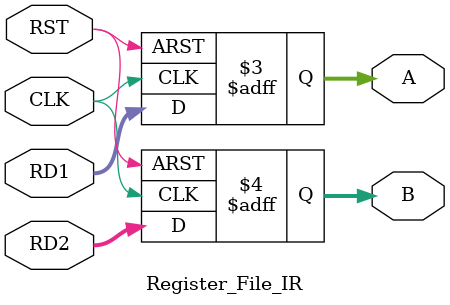
<source format=v>
module Register_File_IR(
input  wire              CLK,
input  wire              RST,
input  wire   [31:0]     RD1,
input  wire   [31:0]     RD2,
output reg    [31:0]     A,
output reg    [31:0]     B
);

always@(posedge CLK or negedge RST)
begin
if(!RST)
 begin
  A <= 0 ;
  B <= 0 ;
 end
else
 begin
  A <= RD1;
  B <= RD2;
 end
end
endmodule

</source>
